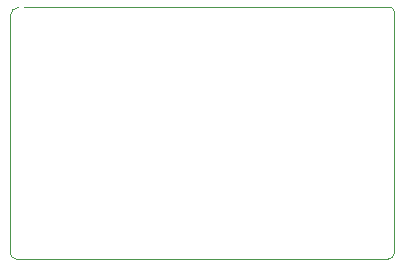
<source format=gbr>
%TF.GenerationSoftware,KiCad,Pcbnew,(6.0.7)*%
%TF.CreationDate,2023-03-19T22:57:20-05:00*%
%TF.ProjectId,CS4334wHeadphoneJack,43533433-3334-4774-9865-616470686f6e,rev?*%
%TF.SameCoordinates,Original*%
%TF.FileFunction,Profile,NP*%
%FSLAX46Y46*%
G04 Gerber Fmt 4.6, Leading zero omitted, Abs format (unit mm)*
G04 Created by KiCad (PCBNEW (6.0.7)) date 2023-03-19 22:57:20*
%MOMM*%
%LPD*%
G01*
G04 APERTURE LIST*
%TA.AperFunction,Profile*%
%ADD10C,0.100000*%
%TD*%
G04 APERTURE END LIST*
D10*
X184658000Y-113538000D02*
G75*
G03*
X185166000Y-113030000I0J508000D01*
G01*
X153797000Y-92202000D02*
X184785000Y-92202000D01*
X152654000Y-113030000D02*
G75*
G03*
X153162000Y-113538000I508000J0D01*
G01*
X185166000Y-92583000D02*
G75*
G03*
X184785000Y-92202000I-381000J0D01*
G01*
X152654000Y-92964000D02*
X152654000Y-113030000D01*
X153416000Y-92202000D02*
G75*
G03*
X152654000Y-92964000I0J-762000D01*
G01*
X185166000Y-113030000D02*
X185166000Y-92583000D01*
X184658000Y-113538000D02*
X153162000Y-113538000D01*
M02*

</source>
